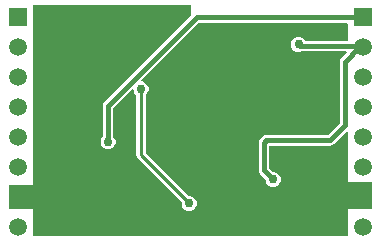
<source format=gbl>
%FSTAX23Y23*%
%MOIN*%
%SFA1B1*%

%IPPOS*%
%ADD63C,0.015000*%
%ADD64C,0.010000*%
%ADD65R,0.059060X0.059060*%
%ADD66C,0.059060*%
%ADD67C,0.030000*%
%LNboost-shield-v2-1*%
%LPD*%
G36*
X00625Y00755D02*
X00337Y00467D01*
X00333Y00461*
X00332Y00455*
Y00352*
X00328Y00349*
X00325Y00339*
Y0033*
X00328Y0032*
X00335Y00313*
X00345Y0031*
X00354*
X00364Y00313*
X00371Y0032*
X00375Y0033*
Y00339*
X00371Y00349*
X00367Y00352*
Y00447*
X0043Y0051*
X00435Y00508*
Y00506*
X00438Y00497*
X00444Y00491*
Y0029*
X00445Y00284*
X00449Y00279*
X00595Y00133*
Y00125*
X00598Y00115*
X00605Y00108*
X00615Y00105*
X00624*
X00634Y00108*
X00641Y00115*
X00645Y00125*
Y00134*
X00641Y00144*
X00634Y00151*
X00624Y00155*
X00616*
X00475Y00296*
Y00491*
X00481Y00497*
X00485Y00506*
Y00516*
X00481Y00525*
X00474Y00532*
X00464Y00536*
X00462*
X00461Y0054*
X00651Y00731*
X01146Y00732*
X0115Y00728*
Y00672*
X01006*
X01006Y00674*
X00999Y00681*
X00989Y00685*
X0098*
X0097Y00681*
X00963Y00674*
X0096Y00664*
Y00655*
X00963Y00645*
X0097Y00638*
X0098Y00635*
X00989*
X00995Y00637*
X01142*
X01145Y00632*
X01127Y00614*
X01123Y00608*
X01122Y00601*
Y00397*
X01082Y00357*
X00878*
X00871Y00356*
X00866Y00352*
X00857Y00343*
X00853Y00338*
X00852Y00331*
Y0024*
X00853Y00233*
X00857Y00227*
X00875Y00209*
Y00205*
X00878Y00195*
X00885Y00188*
X00895Y00185*
X00904*
X00914Y00188*
X00921Y00195*
X00925Y00205*
Y00214*
X00921Y00224*
X00914Y00231*
X00904Y00235*
X009*
X00887Y00247*
Y00322*
X0109*
X01096Y00323*
X01102Y00327*
X01145Y0037*
X0115Y00368*
Y002*
X0123*
Y0011*
X0115*
Y0002*
X001*
Y0011*
X0002*
Y0019*
X001*
Y0079*
X00625*
Y00755*
G37*
G54D63*
X00645Y0075D02*
X012D01*
X0035Y00455D02*
X00645Y0075D01*
X00985Y0066D02*
X0099Y00655D01*
X01195D02*
X012Y0065D01*
X0099Y00655D02*
X01195D01*
X0035Y00335D02*
Y00455D01*
X0087Y0024D02*
X009Y0021D01*
X0087Y0024D02*
Y00331D01*
X00878Y0034*
X0109*
X0114Y0039*
Y00601*
X01188Y0065*
X012*
G54D64*
X0046Y0029D02*
Y00511D01*
Y0029D02*
X0062Y0013D01*
G54D65*
X012Y0075D03*
X0005D03*
G54D66*
X012Y0065D03*
Y0055D03*
Y0045D03*
Y0035D03*
Y0025D03*
Y0015D03*
Y0005D03*
X0005D03*
Y0015D03*
Y0025D03*
Y0035D03*
Y0045D03*
Y0055D03*
Y0065D03*
G54D67*
X00985Y0066D03*
X0035Y00335D03*
X009Y0021D03*
X004Y00435D03*
X00575Y0005D03*
X00645D03*
X00225Y00435D03*
X00855Y0019D03*
X00225Y00365D03*
X00155Y00645D03*
Y00575D03*
Y0068D03*
X00295Y0033D03*
Y004D03*
X0019Y00435D03*
X0026Y00155D03*
X0019Y004D03*
X00155Y0033D03*
Y004D03*
X0026D03*
Y00085D03*
X00155Y00365D03*
X0019D03*
X0026Y00435D03*
X00155Y00505D03*
X00225Y004D03*
X00155Y0047D03*
Y0061D03*
X00225Y0033D03*
X00295Y00435D03*
X00155D03*
X0061Y0005D03*
X0026D03*
Y0012D03*
Y0033D03*
Y00365D03*
X00295D03*
X0019Y0033D03*
X0054Y0075D03*
X00155Y0054D03*
X0046Y00511D03*
X0062Y0013D03*
M02*
</source>
